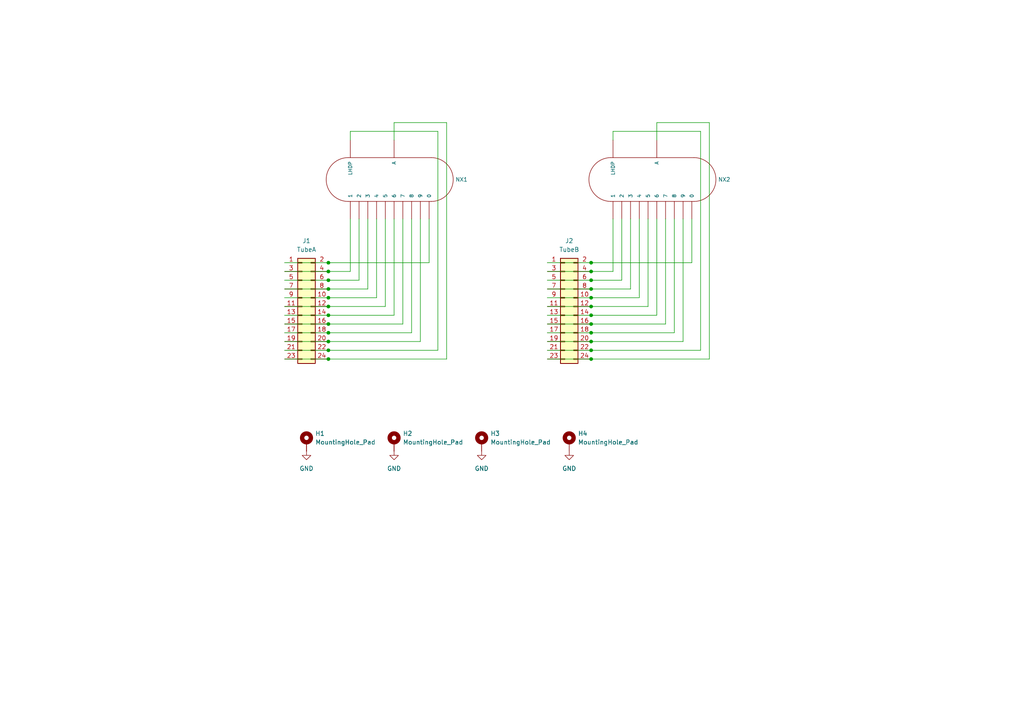
<source format=kicad_sch>
(kicad_sch (version 20231120) (generator "eeschema") (generator_version "8.0")
  (paper "A4")
  (lib_symbols
    (symbol "Connector_Generic:Conn_02x12_Odd_Even" (pin_names (offset 1.016) hide)
      (property "Reference" "J" (at 1.27 15.24 0))
      (property "Value" "Conn_02x12_Odd_Even" (at 1.27 -17.78 0))
      (symbol "Conn_02x12_Odd_Even_1_1"
        (rectangle (start -1.27 -15.113) (end 0 -15.367) (stroke (width 0.1524)))
        (rectangle (start -1.27 -12.573) (end 0 -12.827) (stroke (width 0.1524)))
        (rectangle (start -1.27 -10.033) (end 0 -10.287) (stroke (width 0.1524)))
        (rectangle (start -1.27 -7.493) (end 0 -7.747) (stroke (width 0.1524)))
        (rectangle (start -1.27 -4.953) (end 0 -5.207) (stroke (width 0.1524)))
        (rectangle (start -1.27 -2.413) (end 0 -2.667) (stroke (width 0.1524)))
        (rectangle (start -1.27 0.127) (end 0 -0.127) (stroke (width 0.1524)))
        (rectangle (start -1.27 2.667) (end 0 2.413) (stroke (width 0.1524)))
        (rectangle (start -1.27 5.207) (end 0 4.953) (stroke (width 0.1524)))
        (rectangle (start -1.27 7.747) (end 0 7.493) (stroke (width 0.1524)))
        (rectangle (start -1.27 10.287) (end 0 10.033) (stroke (width 0.1524)))
        (rectangle (start -1.27 12.827) (end 0 12.573) (stroke (width 0.1524)))
        (rectangle (start -1.27 13.97) (end 3.81 -16.51) (stroke (width 0.254)) (fill (type background)))
        (rectangle (start 3.81 -15.113) (end 2.54 -15.367) (stroke (width 0.1524)))
        (rectangle (start 3.81 -12.573) (end 2.54 -12.827) (stroke (width 0.1524)))
        (rectangle (start 3.81 -10.033) (end 2.54 -10.287) (stroke (width 0.1524)))
        (rectangle (start 3.81 -7.493) (end 2.54 -7.747) (stroke (width 0.1524)))
        (rectangle (start 3.81 -4.953) (end 2.54 -5.207) (stroke (width 0.1524)))
        (rectangle (start 3.81 -2.413) (end 2.54 -2.667) (stroke (width 0.1524)))
        (rectangle (start 3.81 0.127) (end 2.54 -0.127) (stroke (width 0.1524)))
        (rectangle (start 3.81 2.667) (end 2.54 2.413) (stroke (width 0.1524)))
        (rectangle (start 3.81 5.207) (end 2.54 4.953) (stroke (width 0.1524)))
        (rectangle (start 3.81 7.747) (end 2.54 7.493) (stroke (width 0.1524)))
        (rectangle (start 3.81 10.287) (end 2.54 10.033) (stroke (width 0.1524)))
        (rectangle (start 3.81 12.827) (end 2.54 12.573) (stroke (width 0.1524)))
        (pin passive line (at -5.08 12.7 0) (length 3.81) (name "Pin_1") (number "1"))
        (pin passive line (at 7.62 2.54 180) (length 3.81) (name "Pin_10") (number "10"))
        (pin passive line (at -5.08 0 0) (length 3.81) (name "Pin_11") (number "11"))
        (pin passive line (at 7.62 0 180) (length 3.81) (name "Pin_12") (number "12"))
        (pin passive line (at -5.08 -2.54 0) (length 3.81) (name "Pin_13") (number "13"))
        (pin passive line (at 7.62 -2.54 180) (length 3.81) (name "Pin_14") (number "14"))
        (pin passive line (at -5.08 -5.08 0) (length 3.81) (name "Pin_15") (number "15"))
        (pin passive line (at 7.62 -5.08 180) (length 3.81) (name "Pin_16") (number "16"))
        (pin passive line (at -5.08 -7.62 0) (length 3.81) (name "Pin_17") (number "17"))
        (pin passive line (at 7.62 -7.62 180) (length 3.81) (name "Pin_18") (number "18"))
        (pin passive line (at -5.08 -10.16 0) (length 3.81) (name "Pin_19") (number "19"))
        (pin passive line (at 7.62 12.7 180) (length 3.81) (name "Pin_2") (number "2"))
        (pin passive line (at 7.62 -10.16 180) (length 3.81) (name "Pin_20") (number "20"))
        (pin passive line (at -5.08 -12.7 0) (length 3.81) (name "Pin_21") (number "21"))
        (pin passive line (at 7.62 -12.7 180) (length 3.81) (name "Pin_22") (number "22"))
        (pin passive line (at -5.08 -15.24 0) (length 3.81) (name "Pin_23") (number "23"))
        (pin passive line (at 7.62 -15.24 180) (length 3.81) (name "Pin_24") (number "24"))
        (pin passive line (at -5.08 10.16 0) (length 3.81) (name "Pin_3") (number "3"))
        (pin passive line (at 7.62 10.16 180) (length 3.81) (name "Pin_4") (number "4"))
        (pin passive line (at -5.08 7.62 0) (length 3.81) (name "Pin_5") (number "5"))
        (pin passive line (at 7.62 7.62 180) (length 3.81) (name "Pin_6") (number "6"))
        (pin passive line (at -5.08 5.08 0) (length 3.81) (name "Pin_7") (number "7"))
        (pin passive line (at 7.62 5.08 180) (length 3.81) (name "Pin_8") (number "8"))
        (pin passive line (at -5.08 2.54 0) (length 3.81) (name "Pin_9") (number "9"))
      )
    )
    (symbol "Mechanical:MountingHole_Pad" (pin_numbers hide) (pin_names (offset 1.016) hide) (exclude_from_sim yes) (in_bom no)
      (property "Reference" "H" (at 0 6.35 0))
      (property "Value" "MountingHole_Pad" (at 0 4.445 0))
      (symbol "MountingHole_Pad_0_1"
        (circle (center 0 1.27) (radius 1.27) (stroke (width 1.27)))
      )
      (symbol "MountingHole_Pad_1_1"
        (pin input line (at 0 -2.54 90) (length 2.54) (name "1") (number "1"))
      )
    )
    (symbol "nixies-us:IN-12BIN-12-DSUB" (pin_numbers hide) (pin_names (offset 1.016))
      (property "Reference" "NX" (at -4.445 20.955 0))
      (symbol "IN-12BIN-12-DSUB_1_0"
        (polyline (pts (xy -7.62 -10.795) (xy -7.62 13.335)))
        (polyline (pts (xy 5.08 -10.795) (xy 5.08 13.335)))
      )
      (symbol "IN-12BIN-12-DSUB_1_1"
        (arc (start -7.62 -10.795) (mid -1.27 -17.145) (end 5.08 -10.795))
        (arc (start 5.08 13.335) (mid -1.27 19.685) (end -7.62 13.335))
        (pin bidirectional line (at -12.7 -10.16 0) (length 5.08) (name "0") (number "0"))
        (pin bidirectional line (at -12.7 12.7 0) (length 5.08) (name "1") (number "1"))
        (pin bidirectional line (at -12.7 10.16 0) (length 5.08) (name "2") (number "2"))
        (pin bidirectional line (at -12.7 7.62 0) (length 5.08) (name "3") (number "3"))
        (pin bidirectional line (at -12.7 5.08 0) (length 5.08) (name "4") (number "4"))
        (pin bidirectional line (at -12.7 2.54 0) (length 5.08) (name "5") (number "5"))
        (pin bidirectional line (at -12.7 0 0) (length 5.08) (name "6") (number "6"))
        (pin bidirectional line (at -12.7 -2.54 0) (length 5.08) (name "7") (number "7"))
        (pin bidirectional line (at -12.7 -5.08 0) (length 5.08) (name "8") (number "8"))
        (pin bidirectional line (at -12.7 -7.62 0) (length 5.08) (name "9") (number "9"))
        (pin bidirectional line (at 10.16 0 180) (length 5.08) (name "A") (number "A"))
        (pin bidirectional line (at 10.16 12.7 180) (length 5.08) (name "LHDP") (number "LHDP"))
      )
    )
    (symbol "power:GND" (power) (pin_numbers hide) (pin_names (offset 0) hide)
      (property "Value" "GND" (at 0 -3.81 0))
      (symbol "GND_0_1"
        (polyline (pts (xy 0 0) (xy 0 -1.27) (xy 1.27 -1.27) (xy 0 -2.54) (xy -1.27 -1.27) (xy 0 -1.27)))
      )
      (symbol "GND_1_1"
        (pin power_in line (at 0 0 270) (length 0) (name "~") (number "1"))
      )
    )
  )
  (junction (at 95.25 96.52))
  (junction (at 171.45 83.82))
  (junction (at 95.25 93.98))
  (junction (at 171.45 91.44))
  (junction (at 95.25 76.2))
  (junction (at 95.25 104.14))
  (junction (at 95.25 83.82))
  (junction (at 95.25 91.44))
  (junction (at 95.25 81.28))
  (junction (at 171.45 101.6))
  (junction (at 171.45 99.06))
  (junction (at 95.25 86.36))
  (junction (at 171.45 96.52))
  (junction (at 171.45 104.14))
  (junction (at 171.45 93.98))
  (junction (at 171.45 76.2))
  (junction (at 95.25 99.06))
  (junction (at 171.45 88.9))
  (junction (at 95.25 78.74))
  (junction (at 171.45 78.74))
  (junction (at 171.45 81.28))
  (junction (at 95.25 101.6))
  (junction (at 95.25 88.9))
  (junction (at 171.45 86.36))
  (wire (pts (xy 187.96 63.5) (xy 187.96 88.9)))
  (wire (pts (xy 158.75 78.74) (xy 171.45 78.74)))
  (wire (pts (xy 200.66 76.2) (xy 200.66 63.5)))
  (wire (pts (xy 129.54 35.56) (xy 129.54 104.14)))
  (wire (pts (xy 158.75 86.36) (xy 171.45 86.36)))
  (wire (pts (xy 104.14 81.28) (xy 104.14 63.5)))
  (wire (pts (xy 95.25 88.9) (xy 111.76 88.9)))
  (wire (pts (xy 95.25 78.74) (xy 101.6 78.74)))
  (wire (pts (xy 127 38.1) (xy 127 101.6)))
  (wire (pts (xy 101.6 38.1) (xy 101.6 40.64)))
  (wire (pts (xy 171.45 78.74) (xy 177.8 78.74)))
  (wire (pts (xy 95.25 101.6) (xy 127 101.6)))
  (wire (pts (xy 158.75 83.82) (xy 171.45 83.82)))
  (wire (pts (xy 171.45 91.44) (xy 190.5 91.44)))
  (wire (pts (xy 171.45 83.82) (xy 182.88 83.82)))
  (wire (pts (xy 111.76 63.5) (xy 111.76 88.9)))
  (wire (pts (xy 158.75 88.9) (xy 171.45 88.9)))
  (wire (pts (xy 82.55 76.2) (xy 95.25 76.2)))
  (wire (pts (xy 171.45 88.9) (xy 187.96 88.9)))
  (wire (pts (xy 158.75 96.52) (xy 171.45 96.52)))
  (wire (pts (xy 203.2 38.1) (xy 177.8 38.1)))
  (wire (pts (xy 182.88 63.5) (xy 182.88 83.82)))
  (wire (pts (xy 95.25 104.14) (xy 129.54 104.14)))
  (wire (pts (xy 158.75 104.14) (xy 171.45 104.14)))
  (wire (pts (xy 82.55 83.82) (xy 95.25 83.82)))
  (wire (pts (xy 82.55 93.98) (xy 95.25 93.98)))
  (wire (pts (xy 205.74 35.56) (xy 190.5 35.56)))
  (wire (pts (xy 82.55 101.6) (xy 95.25 101.6)))
  (wire (pts (xy 158.75 101.6) (xy 171.45 101.6)))
  (wire (pts (xy 121.92 63.5) (xy 121.92 99.06)))
  (wire (pts (xy 171.45 99.06) (xy 198.12 99.06)))
  (wire (pts (xy 95.25 76.2) (xy 124.46 76.2)))
  (wire (pts (xy 95.25 81.28) (xy 104.14 81.28)))
  (wire (pts (xy 95.25 86.36) (xy 109.22 86.36)))
  (wire (pts (xy 127 38.1) (xy 101.6 38.1)))
  (wire (pts (xy 82.55 86.36) (xy 95.25 86.36)))
  (wire (pts (xy 193.04 63.5) (xy 193.04 93.98)))
  (wire (pts (xy 185.42 63.5) (xy 185.42 86.36)))
  (wire (pts (xy 95.25 83.82) (xy 106.68 83.82)))
  (wire (pts (xy 114.3 35.56) (xy 114.3 40.64)))
  (wire (pts (xy 205.74 35.56) (xy 205.74 104.14)))
  (wire (pts (xy 203.2 38.1) (xy 203.2 101.6)))
  (wire (pts (xy 124.46 76.2) (xy 124.46 63.5)))
  (wire (pts (xy 171.45 93.98) (xy 193.04 93.98)))
  (wire (pts (xy 190.5 35.56) (xy 190.5 40.64)))
  (wire (pts (xy 171.45 81.28) (xy 180.34 81.28)))
  (wire (pts (xy 106.68 63.5) (xy 106.68 83.82)))
  (wire (pts (xy 158.75 91.44) (xy 171.45 91.44)))
  (wire (pts (xy 82.55 78.74) (xy 95.25 78.74)))
  (wire (pts (xy 171.45 104.14) (xy 205.74 104.14)))
  (wire (pts (xy 82.55 91.44) (xy 95.25 91.44)))
  (wire (pts (xy 171.45 76.2) (xy 200.66 76.2)))
  (wire (pts (xy 158.75 81.28) (xy 171.45 81.28)))
  (wire (pts (xy 158.75 93.98) (xy 171.45 93.98)))
  (wire (pts (xy 82.55 96.52) (xy 95.25 96.52)))
  (wire (pts (xy 95.25 93.98) (xy 116.84 93.98)))
  (wire (pts (xy 95.25 96.52) (xy 119.38 96.52)))
  (wire (pts (xy 129.54 35.56) (xy 114.3 35.56)))
  (wire (pts (xy 119.38 63.5) (xy 119.38 96.52)))
  (wire (pts (xy 116.84 63.5) (xy 116.84 93.98)))
  (wire (pts (xy 158.75 99.06) (xy 171.45 99.06)))
  (wire (pts (xy 114.3 63.5) (xy 114.3 91.44)))
  (wire (pts (xy 82.55 104.14) (xy 95.25 104.14)))
  (wire (pts (xy 190.5 63.5) (xy 190.5 91.44)))
  (wire (pts (xy 95.25 91.44) (xy 114.3 91.44)))
  (wire (pts (xy 171.45 86.36) (xy 185.42 86.36)))
  (wire (pts (xy 82.55 99.06) (xy 95.25 99.06)))
  (wire (pts (xy 101.6 78.74) (xy 101.6 63.5)))
  (wire (pts (xy 109.22 63.5) (xy 109.22 86.36)))
  (wire (pts (xy 82.55 81.28) (xy 95.25 81.28)))
  (wire (pts (xy 177.8 78.74) (xy 177.8 63.5)))
  (wire (pts (xy 171.45 96.52) (xy 195.58 96.52)))
  (wire (pts (xy 177.8 38.1) (xy 177.8 40.64)))
  (wire (pts (xy 180.34 81.28) (xy 180.34 63.5)))
  (wire (pts (xy 171.45 101.6) (xy 203.2 101.6)))
  (wire (pts (xy 195.58 63.5) (xy 195.58 96.52)))
  (wire (pts (xy 82.55 88.9) (xy 95.25 88.9)))
  (wire (pts (xy 95.25 99.06) (xy 121.92 99.06)))
  (wire (pts (xy 158.75 76.2) (xy 171.45 76.2)))
  (wire (pts (xy 198.12 63.5) (xy 198.12 99.06)))
  (symbol (lib_id "Mechanical:MountingHole_Pad") (at 139.7 128.27 0) (unit 1) (exclude_from_sim yes) (in_bom no)
    (property "Reference" "H3" (at 142.24 125.7299 0) (effects (justify left)))
    (property "Value" "MountingHole_Pad" (at 142.24 128.2699 0) (effects (justify left)))
    (property "Footprint" "MountingHole:MountingHole_3.2mm_M3_Pad" (effects (hide yes)))
    (property "Description" "Mounting Hole with connection" (effects (hide yes)))
  )
  (symbol (lib_id "nixies-us:IN-12BIN-12-DSUB") (at 114.3 50.8 90) (unit 1)
    (property "Reference" "NX1" (at 132.08 52.07 90) (effects (font (size 1.143 1.143)) (justify right)))
    (property "Value" "IN-12BIN-12-DSUB" (effects (hide yes)))
    (property "Footprint" "nixies-us:nixies-us-IN-12-DSUB" (effects (hide yes)))
  )
  (symbol (lib_id "nixies-us:IN-12BIN-12-DSUB") (at 190.5 50.8 90) (unit 1)
    (property "Reference" "NX2" (at 208.28 52.07 90) (effects (font (size 1.143 1.143)) (justify right)))
    (property "Value" "IN-12BIN-12-DSUB" (effects (hide yes)))
    (property "Footprint" "nixies-us:nixies-us-IN-12-DSUB" (effects (hide yes)))
  )
  (symbol (lib_id "power:GND") (at 165.1 130.81 0) (unit 1)
    (property "Reference" "#PWR04" (effects (hide yes)))
    (property "Value" "GND" (at 165.1 135.89 0))
    (property "Description" "Power symbol creates a global label with name \"GND\" , ground" (effects (hide yes)))
  )
  (symbol (lib_id "power:GND") (at 139.7 130.81 0) (unit 1)
    (property "Reference" "#PWR03" (effects (hide yes)))
    (property "Value" "GND" (at 139.7 135.89 0))
    (property "Description" "Power symbol creates a global label with name \"GND\" , ground" (effects (hide yes)))
  )
  (symbol (lib_id "Connector_Generic:Conn_02x12_Odd_Even") (at 163.83 88.9 0) (unit 1)
    (property "Reference" "J2" (at 165.1 69.85 0))
    (property "Value" "TubeB" (at 165.1 72.39 0))
    (property "Footprint" "Connector_PinHeader_2.54mm:PinHeader_2x12_P2.54mm_Vertical" (effects (hide yes)))
    (property "Description" "Generic connector, double row, 02x12, odd/even pin numbering scheme (row 1 odd numbers, row 2 even numbers), script generated (kicad-library-utils/schlib/autogen/connector/)" (effects (hide yes)))
  )
  (symbol (lib_id "power:GND") (at 88.9 130.81 0) (unit 1)
    (property "Reference" "#PWR01" (effects (hide yes)))
    (property "Value" "GND" (at 88.9 135.89 0))
    (property "Description" "Power symbol creates a global label with name \"GND\" , ground" (effects (hide yes)))
  )
  (symbol (lib_id "Mechanical:MountingHole_Pad") (at 165.1 128.27 0) (unit 1) (exclude_from_sim yes) (in_bom no)
    (property "Reference" "H4" (at 167.64 125.7299 0) (effects (justify left)))
    (property "Value" "MountingHole_Pad" (at 167.64 128.2699 0) (effects (justify left)))
    (property "Footprint" "MountingHole:MountingHole_3.2mm_M3_Pad" (effects (hide yes)))
    (property "Description" "Mounting Hole with connection" (effects (hide yes)))
  )
  (symbol (lib_id "Mechanical:MountingHole_Pad") (at 88.9 128.27 0) (unit 1) (exclude_from_sim yes) (in_bom no)
    (property "Reference" "H1" (at 91.44 125.7299 0) (effects (justify left)))
    (property "Value" "MountingHole_Pad" (at 91.44 128.2699 0) (effects (justify left)))
    (property "Footprint" "MountingHole:MountingHole_3.2mm_M3_Pad" (effects (hide yes)))
    (property "Description" "Mounting Hole with connection" (effects (hide yes)))
  )
  (symbol (lib_id "power:GND") (at 114.3 130.81 0) (unit 1)
    (property "Reference" "#PWR02" (effects (hide yes)))
    (property "Value" "GND" (at 114.3 135.89 0))
    (property "Description" "Power symbol creates a global label with name \"GND\" , ground" (effects (hide yes)))
  )
  (symbol (lib_id "Mechanical:MountingHole_Pad") (at 114.3 128.27 0) (unit 1) (exclude_from_sim yes) (in_bom no)
    (property "Reference" "H2" (at 116.84 125.7299 0) (effects (justify left)))
    (property "Value" "MountingHole_Pad" (at 116.84 128.2699 0) (effects (justify left)))
    (property "Footprint" "MountingHole:MountingHole_3.2mm_M3_Pad" (effects (hide yes)))
    (property "Description" "Mounting Hole with connection" (effects (hide yes)))
  )
  (symbol (lib_id "Connector_Generic:Conn_02x12_Odd_Even") (at 87.63 88.9 0) (unit 1)
    (property "Reference" "J1" (at 88.9 69.85 0))
    (property "Value" "TubeA" (at 88.9 72.39 0))
    (property "Footprint" "Connector_PinHeader_2.54mm:PinHeader_2x12_P2.54mm_Vertical" (effects (hide yes)))
    (property "Description" "Generic connector, double row, 02x12, odd/even pin numbering scheme (row 1 odd numbers, row 2 even numbers), script generated (kicad-library-utils/schlib/autogen/connector/)" (effects (hide yes)))
  )
)
</source>
